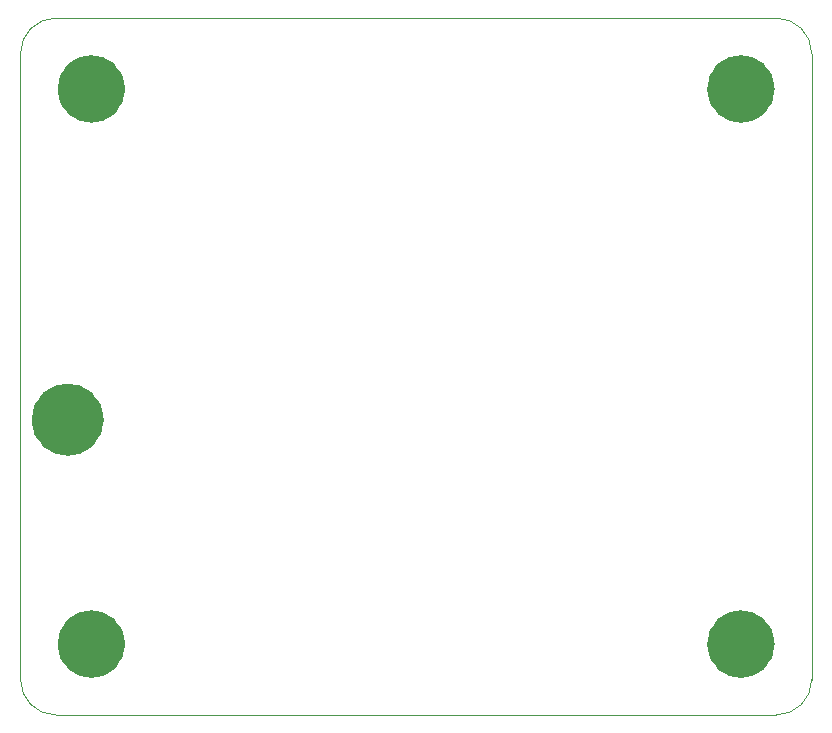
<source format=gm1>
G04 #@! TF.GenerationSoftware,KiCad,Pcbnew,(6.0.8)*
G04 #@! TF.CreationDate,2022-10-08T19:14:22-07:00*
G04 #@! TF.ProjectId,opnsense-gps-pps,6f706e73-656e-4736-952d-6770732d7070,rev?*
G04 #@! TF.SameCoordinates,Original*
G04 #@! TF.FileFunction,Profile,NP*
%FSLAX46Y46*%
G04 Gerber Fmt 4.6, Leading zero omitted, Abs format (unit mm)*
G04 Created by KiCad (PCBNEW (6.0.8)) date 2022-10-08 19:14:22*
%MOMM*%
%LPD*%
G01*
G04 APERTURE LIST*
G04 #@! TA.AperFunction,Profile*
%ADD10C,2.850000*%
G04 #@! TD*
G04 #@! TA.AperFunction,Profile*
%ADD11C,0.100000*%
G04 #@! TD*
G04 #@! TA.AperFunction,Profile*
%ADD12C,3.075000*%
G04 #@! TD*
G04 APERTURE END LIST*
D10*
X71425000Y-50000000D02*
G75*
G03*
X71425000Y-50000000I-1425000J0D01*
G01*
X71425000Y-97000000D02*
G75*
G03*
X71425000Y-97000000I-1425000J0D01*
G01*
X126425000Y-97000000D02*
G75*
G03*
X126425000Y-97000000I-1425000J0D01*
G01*
D11*
X67000000Y-44000000D02*
X128000000Y-44000000D01*
X64000000Y-100000000D02*
X64000000Y-47000000D01*
X128000000Y-103000000D02*
X67000000Y-103000000D01*
X131000000Y-47000000D02*
X131000000Y-100000000D01*
X128000000Y-103000000D02*
G75*
G03*
X131000000Y-100000000I0J3000000D01*
G01*
X64000000Y-100000000D02*
G75*
G03*
X67000000Y-103000000I3000000J0D01*
G01*
X67000000Y-44000000D02*
G75*
G03*
X64000000Y-47000000I0J-3000000D01*
G01*
X131000000Y-47000000D02*
G75*
G03*
X128000000Y-44000000I-3000000J0D01*
G01*
D12*
X69537500Y-78000000D02*
G75*
G03*
X69537500Y-78000000I-1537500J0D01*
G01*
D10*
X126425000Y-50000000D02*
G75*
G03*
X126425000Y-50000000I-1425000J0D01*
G01*
M02*

</source>
